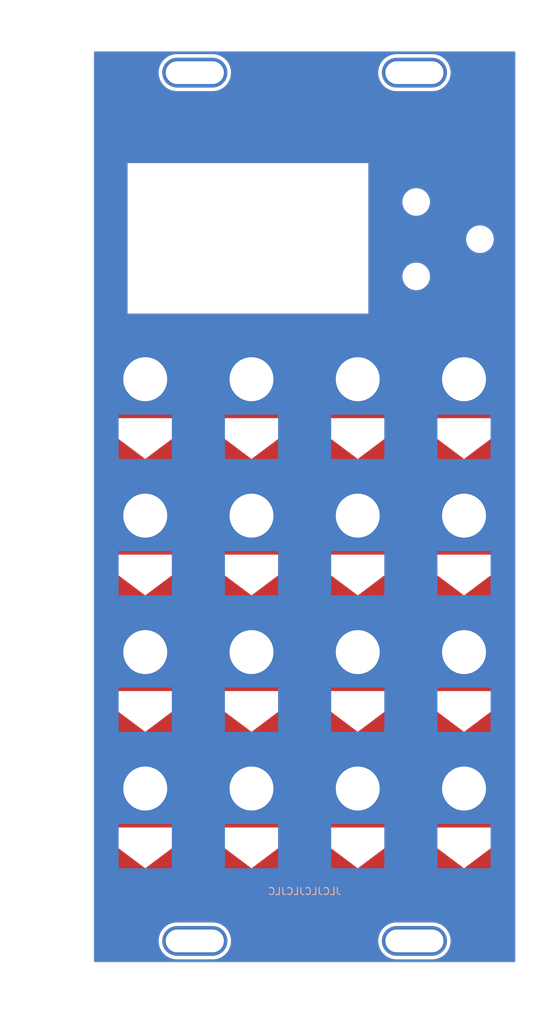
<source format=kicad_pcb>
(kicad_pcb (version 20221018) (generator pcbnew)
  (title_block (title "M2IDI - CV16 FRONT") (date "2023-05-10") (rev "3.0") (company "GuavTek"))
  (layers (0 "F.Cu" signal) (31 "B.Cu" signal) (34 "B.Paste" user) (35 "F.Paste" user) (36 "B.SilkS" user "B.Silkscreen") (37 "F.SilkS" user "F.Silkscreen") (38 "B.Mask" user) (39 "F.Mask" user) (44 "Edge.Cuts" user))
  (net 0 "")
  (net 1 "GND")
  (footprint "Custom_FP:Wide_M3" (layer "F.Cu") (at 95.5 161)
    (fp_text reference "J1" hide)
    (fp_text value "Screw_Terminal_01x01")
    (pad "1" thru_hole oval (at 0 0) (size 9.2 4.2) (drill oval 8.2 3.2) (layers "*.Cu" "*.Mask"))
  )
  (footprint "Custom_FP:Wide_M3" (layer "F.Cu") (at 95.5 38.5)
    (fp_text reference "J3" hide)
    (fp_text value "Screw_Terminal_01x01")
    (pad "1" thru_hole oval (at 0 0) (size 9.2 4.2) (drill oval 8.2 3.2) (layers "*.Cu" "*.Mask"))
  )
  (footprint "Custom_FP:Wide_M3" (layer "F.Cu") (at 64.5 161)
    (fp_text reference "J4" hide)
    (fp_text value "Screw_Terminal_01x01")
    (pad "1" thru_hole oval (at 0 0) (size 9.2 4.2) (drill oval 8.2 3.2) (layers "*.Cu" "*.Mask"))
  )
  (footprint "Custom_FP:TactileHole" (layer "F.Cu") (at 104.75 62)
    (fp_text reference "J5" hide)
    (fp_text value "Conn_01x01" hide)
    (pad "" np_thru_hole circle (at 0 0) (size 3.4 3.4) (drill 3.4) (layers "*.Cu" "*.Mask"))
  )
  (footprint "Custom_FP:JackHole_3.5mm" (layer "F.Cu") (at 87.5 81.75)
    (fp_text reference "J6" hide)
    (fp_text value "Conn_01x01")
    (pad "1" thru_hole circle (at 0 0) (size 7.6 7.6) (drill 6.2) (layers "*.Cu" "*.Mask") (net 1 "GND"))
  )
  (footprint "Custom_FP:JackHole_3.5mm" (layer "F.Cu") (at 87.5 139.5)
    (fp_text reference "J7" hide)
    (fp_text value "Conn_01x01")
    (pad "1" thru_hole circle (at 0 0) (size 7.6 7.6) (drill 6.2) (layers "*.Cu" "*.Mask") (net 1 "GND"))
  )
  (footprint "Custom_FP:JackHole_3.5mm" (layer "F.Cu") (at 87.5 101)
    (fp_text reference "J8" hide)
    (fp_text value "Conn_01x01")
    (pad "1" thru_hole circle (at 0 0) (size 7.6 7.6) (drill 6.2) (layers "*.Cu" "*.Mask") (net 1 "GND"))
  )
  (footprint "Custom_FP:JackHole_3.5mm" (layer "F.Cu") (at 57.5 120.25)
    (fp_text reference "J9" hide)
    (fp_text value "Conn_01x01")
    (pad "1" thru_hole circle (at 0 0) (size 7.6 7.6) (drill 6.2) (layers "*.Cu" "*.Mask") (net 1 "GND"))
  )
  (footprint "Custom_FP:Wide_M3" (layer "F.Cu") (at 64.5 38.5)
    (fp_text reference "J2" hide)
    (fp_text value "Screw_Terminal_01x01")
    (pad "1" thru_hole oval (at 0 0) (size 9.2 4.2) (drill oval 8.2 3.2) (layers "*.Cu" "*.Mask"))
  )
  (footprint "Custom_FP:TactileHole" (layer "F.Cu") (at 95.75 67.25)
    (fp_text reference "J10" hide)
    (fp_text value "Conn_01x01" hide)
    (pad "" np_thru_hole circle (at 0 0) (size 3.4 3.4) (drill 3.4) (layers "*.Cu" "*.Mask"))
  )
  (footprint "Custom_FP:TactileHole" (layer "F.Cu") (at 95.75 56.75)
    (fp_text reference "J11" hide)
    (fp_text value "Conn_01x01" hide)
    (pad "" np_thru_hole circle (at 0 0) (size 3.4 3.4) (drill 3.4) (layers "*.Cu" "*.Mask"))
  )
  (footprint "Custom_FP:JackHole_3.5mm" (layer "F.Cu") (at 102.5 81.75)
    (fp_text reference "J12" hide)
    (fp_text value "Conn_01x01")
    (pad "1" thru_hole circle (at 0 0) (size 7.6 7.6) (drill 6.2) (layers "*.Cu" "*.Mask") (net 1 "GND"))
  )
  (footprint "Custom_FP:JackHole_3.5mm" (layer "F.Cu") (at 102.5 139.5)
    (fp_text reference "J13" hide)
    (fp_text value "Conn_01x01")
    (pad "1" thru_hole circle (at 0 0) (size 7.6 7.6) (drill 6.2) (layers "*.Cu" "*.Mask") (net 1 "GND"))
  )
  (footprint "Custom_FP:JackHole_3.5mm" (layer "F.Cu") (at 57.5 81.75)
    (fp_text reference "J14" hide)
    (fp_text value "Conn_01x01")
    (pad "1" thru_hole circle (at 0 0) (size 7.6 7.6) (drill 6.2) (layers "*.Cu" "*.Mask") (net 1 "GND"))
  )
  (footprint "Custom_FP:JackHole_3.5mm" (layer "F.Cu") (at 72.5 120.25)
    (fp_text reference "J15" hide)
    (fp_text value "Conn_01x01")
    (pad "1" thru_hole circle (at 0 0) (size 7.6 7.6) (drill 6.2) (layers "*.Cu" "*.Mask") (net 1 "GND"))
  )
  (footprint "Custom_FP:JackHole_3.5mm" (layer "F.Cu") (at 72.5 139.5)
    (fp_text reference "J16" hide)
    (fp_text value "Conn_01x01")
    (pad "1" thru_hole circle (at 0 0) (size 7.6 7.6) (drill 6.2) (layers "*.Cu" "*.Mask") (net 1 "GND"))
  )
  (footprint "Custom_FP:JackHole_3.5mm" (layer "F.Cu") (at 102.5 101)
    (fp_text reference "J17" hide)
    (fp_text value "Conn_01x01")
    (pad "1" thru_hole circle (at 0 0) (size 7.6 7.6) (drill 6.2) (layers "*.Cu" "*.Mask") (net 1 "GND"))
  )
  (footprint "Custom_FP:JackHole_3.5mm" (layer "F.Cu") (at 87.5 120.25)
    (fp_text reference "J18" hide)
    (fp_text value "Conn_01x01")
    (pad "1" thru_hole circle (at 0 0) (size 7.6 7.6) (drill 6.2) (layers "*.Cu" "*.Mask") (net 1 "GND"))
  )
  (footprint "Custom_FP:JackHole_3.5mm" (layer "F.Cu") (at 57.5 139.5)
    (fp_text reference "J19" hide)
    (fp_text value "Conn_01x01")
    (pad "1" thru_hole circle (at 0 0) (size 7.6 7.6) (drill 6.2) (layers "*.Cu" "*.Mask") (net 1 "GND"))
  )
  (footprint "Custom_FP:JackHole_3.5mm" (layer "F.Cu") (at 72.5 81.75)
    (fp_text reference "J20" hide)
    (fp_text value "Conn_01x01")
    (pad "1" thru_hole circle (at 0 0) (size 7.6 7.6) (drill 6.2) (layers "*.Cu" "*.Mask") (net 1 "GND"))
  )
  (footprint "Custom_FP:JackHole_3.5mm" (layer "F.Cu") (at 102.5 120.25)
    (fp_text reference "J21" hide)
    (fp_text value "Conn_01x01")
    (pad "1" thru_hole circle (at 0 0) (size 7.6 7.6) (drill 6.2) (layers "*.Cu" "*.Mask") (net 1 "GND"))
  )
  (footprint "Custom_FP:JackHole_3.5mm" (layer "F.Cu") (at 57.5 101)
    (fp_text reference "J22" hide)
    (fp_text value "Conn_01x01")
    (pad "1" thru_hole circle (at 0 0) (size 7.6 7.6) (drill 6.2) (layers "*.Cu" "*.Mask") (net 1 "GND"))
  )
  (footprint "Custom_FP:JackHole_3.5mm" (layer "F.Cu") (at 72.5 101)
    (fp_text reference "J23" hide)
    (fp_text value "Conn_01x01")
    (pad "1" thru_hole circle (at 0 0) (size 7.6 7.6) (drill 6.2) (layers "*.Cu" "*.Mask") (net 1 "GND"))
  )
  (gr_line (start 50.25 35.5) (end 50.25 164) (stroke (width 0.05)) (layer "Edge.Cuts"))
  (gr_line (start 109.75 35.5) (end 50.25 35.5) (stroke (width 0.05)) (layer "Edge.Cuts"))
  (gr_line (start 109.75 164) (end 109.75 35.5) (stroke (width 0.05)) (layer "Edge.Cuts"))
  (gr_line (start 50.25 164) (end 109.75 164) (stroke (width 0.05)) (layer "Edge.Cuts"))
  (gr_text "JLCJLCJLCJLC" (at 80 154) (layer "B.SilkS") (effects (font (size 1 1)) (justify mirror)))
  (zone (net 0) (net_name "") (layer "F.Cu") (connect_pads (clearance 0)) (min_thickness 0.254)
    (keepout (tracks not_allowed) (vias not_allowed) (pads allowed) (copperpour not_allowed) (footprints allowed))
    (fill (thermal_gap 0.508) (thermal_bridge_width 0.508))
    (polygon (pts (xy 92.5 127.75) (xy 87.5 131.5) (xy 82.5 127.75) (xy 82.5 125.75) (xy 92.5 125.75)))
  )
  (zone (net 1) (net_name "GND") (layer "F.Cu") (connect_pads yes (clearance 0.508)) (min_thickness 0.254) (fill yes (thermal_gap 0.508) (thermal_bridge_width 0.508))
    (polygon (pts (xy 112.25 33.5) (xy 112.25 168.25) (xy 45.5 168.75) (xy 46.5 33.75)))
  )
  (zone (net 0) (net_name "") (layer "F.Cu") (connect_pads (clearance 0)) (min_thickness 0.254)
    (keepout (tracks not_allowed) (vias not_allowed) (pads allowed) (copperpour not_allowed) (footprints allowed))
    (fill (thermal_gap 0.508) (thermal_bridge_width 0.508))
    (polygon (pts (xy 107.5 127.75) (xy 102.5 131.5) (xy 97.5 127.75) (xy 97.5 125.75) (xy 107.5 125.75)))
  )
  (zone (net 0) (net_name "") (layer "F.Cu") (connect_pads (clearance 0)) (min_thickness 0.254)
    (keepout (tracks not_allowed) (vias not_allowed) (pads allowed) (copperpour not_allowed) (footprints allowed))
    (fill (thermal_gap 0.508) (thermal_bridge_width 0.508))
    (polygon (pts (xy 62.5 108.5) (xy 57.5 112.25) (xy 52.5 108.5) (xy 52.5 106.5) (xy 62.5 106.5)))
  )
  (zone (net 0) (net_name "") (layer "F.Cu") (connect_pads (clearance 0)) (min_thickness 0.254)
    (keepout (tracks not_allowed) (vias not_allowed) (pads allowed) (copperpour not_allowed) (footprints allowed))
    (fill (thermal_gap 0.508) (thermal_bridge_width 0.508))
    (polygon (pts (xy 77.5 108.5) (xy 72.5 112.25) (xy 67.5 108.5) (xy 67.5 106.5) (xy 77.5 106.5)))
  )
  (zone (net 0) (net_name "") (layer "F.Cu") (connect_pads (clearance 0)) (min_thickness 0.254)
    (keepout (tracks not_allowed) (vias not_allowed) (pads allowed) (copperpour not_allowed) (footprints allowed))
    (fill (thermal_gap 0.508) (thermal_bridge_width 0.508))
    (polygon (pts (xy 62.5 147) (xy 57.5 150.75) (xy 52.5 147) (xy 52.5 145) (xy 62.5 145)))
  )
  (zone (net 0) (net_name "") (layer "F.Cu") (connect_pads (clearance 0)) (min_thickness 0.254)
    (keepout (tracks not_allowed) (vias not_allowed) (pads allowed) (copperpour not_allowed) (footprints allowed))
    (fill (thermal_gap 0.508) (thermal_bridge_width 0.508))
    (polygon (pts (xy 92.5 147) (xy 87.5 150.75) (xy 82.5 147) (xy 82.5 145) (xy 92.5 145)))
  )
  (zone (net 0) (net_name "") (layer "F.Cu") (connect_pads (clearance 0)) (min_thickness 0.254)
    (keepout (tracks not_allowed) (vias not_allowed) (pads allowed) (copperpour not_allowed) (footprints allowed))
    (fill (thermal_gap 0.508) (thermal_bridge_width 0.508))
    (polygon (pts (xy 107.5 147) (xy 102.5 150.75) (xy 97.5 147) (xy 97.5 145) (xy 107.5 145)))
  )
  (zone (net 0) (net_name "") (layer "F.Cu") (connect_pads (clearance 0)) (min_thickness 0.254)
    (keepout (tracks not_allowed) (vias not_allowed) (pads allowed) (copperpour not_allowed) (footprints allowed))
    (fill (thermal_gap 0.508) (thermal_bridge_width 0.508))
    (polygon (pts (xy 107.5 108.5) (xy 102.5 112.25) (xy 97.5 108.5) (xy 97.5 106.5) (xy 107.5 106.5)))
  )
  (zone (net 0) (net_name "") (layer "F.Cu") (connect_pads (clearance 0)) (min_thickness 0.254)
    (keepout (tracks not_allowed) (vias not_allowed) (pads allowed) (copperpour not_allowed) (footprints allowed))
    (fill (thermal_gap 0.508) (thermal_bridge_width 0.508))
    (polygon (pts (xy 77.5 147) (xy 72.5 150.75) (xy 67.5 147) (xy 67.5 145) (xy 77.5 145)))
  )
  (zone (net 0) (net_name "") (layer "F.Cu") (connect_pads (clearance 0)) (min_thickness 0.254)
    (keepout (tracks not_allowed) (vias not_allowed) (pads allowed) (copperpour not_allowed) (footprints allowed))
    (fill (thermal_gap 0.508) (thermal_bridge_width 0.508))
    (polygon (pts (xy 62.5 127.75) (xy 57.5 131.5) (xy 52.5 127.75) (xy 52.5 125.75) (xy 62.5 125.75)))
  )
  (zone (net 0) (net_name "") (layer "F.Cu") (connect_pads (clearance 0)) (min_thickness 0.254)
    (keepout (tracks not_allowed) (vias not_allowed) (pads allowed) (copperpour not_allowed) (footprints allowed))
    (fill (thermal_gap 0.508) (thermal_bridge_width 0.508))
    (polygon (pts (xy 62.5 89.25) (xy 57.5 93) (xy 52.5 89.25) (xy 52.5 87.25) (xy 62.5 87.25)))
  )
  (zone (net 0) (net_name "") (layer "F.Cu") (connect_pads (clearance 0)) (min_thickness 0.254)
    (keepout (tracks not_allowed) (vias not_allowed) (pads allowed) (copperpour not_allowed) (footprints allowed))
    (fill (thermal_gap 0.508) (thermal_bridge_width 0.508))
    (polygon (pts (xy 77.5 127.75) (xy 72.5 131.5) (xy 67.5 127.75) (xy 67.5 125.75) (xy 77.5 125.75)))
  )
  (zone (net 0) (net_name "") (layer "F.Cu") (connect_pads (clearance 0)) (min_thickness 0.254)
    (keepout (tracks not_allowed) (vias not_allowed) (pads allowed) (copperpour not_allowed) (footprints allowed))
    (fill (thermal_gap 0.508) (thermal_bridge_width 0.508))
    (polygon (pts (xy 77.5 89.25) (xy 72.5 93) (xy 67.5 89.25) (xy 67.5 87.25) (xy 77.5 87.25)))
  )
  (zone (net 0) (net_name "") (layer "F.Cu") (connect_pads (clearance 0)) (min_thickness 0.254)
    (keepout (tracks not_allowed) (vias not_allowed) (pads allowed) (copperpour not_allowed) (footprints allowed))
    (fill (thermal_gap 0.508) (thermal_bridge_width 0.508))
    (polygon (pts (xy 107.5 89.25) (xy 102.5 93) (xy 97.5 89.25) (xy 97.5 87.25) (xy 107.5 87.25)))
  )
  (zone (net 0) (net_name "") (layer "F.Cu") (connect_pads (clearance 0)) (min_thickness 0.254)
    (keepout (tracks not_allowed) (vias not_allowed) (pads allowed) (copperpour not_allowed) (footprints allowed))
    (fill (thermal_gap 0.508) (thermal_bridge_width 0.508))
    (polygon (pts (xy 92.5 108.5) (xy 87.5 112.25) (xy 82.5 108.5) (xy 82.5 106.5) (xy 92.5 106.5)))
  )
  (zone (net 0) (net_name "") (layer "F.Cu") (connect_pads (clearance 0)) (min_thickness 0.254)
    (keepout (tracks not_allowed) (vias not_allowed) (pads allowed) (copperpour not_allowed) (footprints allowed))
    (fill (thermal_gap 0.508) (thermal_bridge_width 0.508))
    (polygon (pts (xy 92.5 89.25) (xy 87.5 93) (xy 82.5 89.25) (xy 82.5 87.25) (xy 92.5 87.25)))
  )
  (zone (net 0) (net_name "") (layers "F&B.Cu") (connect_pads (clearance 0)) (min_thickness 0.254)
    (keepout (tracks not_allowed) (vias not_allowed) (pads allowed) (copperpour not_allowed) (footprints allowed))
    (fill (thermal_gap 0.508) (thermal_bridge_width 0.508))
    (polygon (pts (xy 89 72.5) (xy 55 72.5) (xy 55 51.25) (xy 89 51.25)))
  )
  (zone (net 0) (net_name "") (layer "B.Cu") (connect_pads (clearance 0)) (min_thickness 0.254)
    (keepout (tracks not_allowed) (vias not_allowed) (pads allowed) (copperpour not_allowed) (footprints allowed))
    (fill (thermal_gap 0.508) (thermal_bridge_width 0.508))
    (polygon (pts (xy 91.25 131.5) (xy 83.75 131.5) (xy 83.75 125.25) (xy 91.25 125.25)))
  )
  (zone (net 1) (net_name "GND") (layer "B.Cu") (connect_pads yes (clearance 0.508)) (min_thickness 0.254) (fill yes (thermal_gap 0.508) (thermal_bridge_width 0.508))
    (polygon (pts (xy 114 29.5) (xy 114.5 172) (xy 42.25 172.75) (xy 37 28.25)))
  )
  (zone (net 0) (net_name "") (layer "B.Cu") (connect_pads (clearance 0)) (min_thickness 0.254)
    (keepout (tracks not_allowed) (vias not_allowed) (pads allowed) (copperpour not_allowed) (footprints allowed))
    (fill (thermal_gap 0.508) (thermal_bridge_width 0.508))
    (polygon (pts (xy 106.25 131.5) (xy 98.75 131.5) (xy 98.75 125.25) (xy 106.25 125.25)))
  )
  (zone (net 0) (net_name "") (layer "B.Cu") (connect_pads (clearance 0)) (min_thickness 0.254)
    (keepout (tracks not_allowed) (vias not_allowed) (pads allowed) (copperpour not_allowed) (footprints allowed))
    (fill (thermal_gap 0.508) (thermal_bridge_width 0.508))
    (polygon (pts (xy 91.25 112.25) (xy 83.75 112.25) (xy 83.75 106) (xy 91.25 106)))
  )
  (zone (net 0) (net_name "") (layer "B.Cu") (connect_pads (clearance 0)) (min_thickness 0.254)
    (keepout (tracks not_allowed) (vias not_allowed) (pads allowed) (copperpour not_allowed) (footprints allowed))
    (fill (thermal_gap 0.508) (thermal_bridge_width 0.508))
    (polygon (pts (xy 61.25 150.75) (xy 53.75 150.75) (xy 53.75 144.5) (xy 61.25 144.5)))
  )
  (zone (net 0) (net_name "") (layer "B.Cu") (connect_pads (clearance 0)) (min_thickness 0.254)
    (keepout (tracks not_allowed) (vias not_allowed) (pads allowed) (copperpour not_allowed) (footprints allowed))
    (fill (thermal_gap 0.508) (thermal_bridge_width 0.508))
    (polygon (pts (xy 106.25 150.75) (xy 98.75 150.75) (xy 98.75 144.5) (xy 106.25 144.5)))
  )
  (zone (net 0) (net_name "") (layer "B.Cu") (connect_pads (clearance 0)) (min_thickness 0.254)
    (keepout (tracks not_allowed) (vias not_allowed) (pads allowed) (copperpour not_allowed) (footprints allowed))
    (fill (thermal_gap 0.508) (thermal_bridge_width 0.508))
    (polygon (pts (xy 61.25 131.5) (xy 53.75 131.5) (xy 53.75 125.25) (xy 61.25 125.25)))
  )
  (zone (net 0) (net_name "") (layer "B.Cu") (connect_pads (clearance 0)) (min_thickness 0.254)
    (keepout (tracks not_allowed) (vias not_allowed) (pads allowed) (copperpour not_allowed) (footprints allowed))
    (fill (thermal_gap 0.508) (thermal_bridge_width 0.508))
    (polygon (pts (xy 76.25 131.5) (xy 68.75 131.5) (xy 68.75 125.25) (xy 76.25 125.25)))
  )
  (zone (net 0) (net_name "") (layer "B.Cu") (connect_pads (clearance 0)) (min_thickness 0.254)
    (keepout (tracks not_allowed) (vias not_allowed) (pads allowed) (copperpour not_allowed) (footprints allowed))
    (fill (thermal_gap 0.508) (thermal_bridge_width 0.508))
    (polygon (pts (xy 106.25 112.25) (xy 98.75 112.25) (xy 98.75 106) (xy 106.25 106)))
  )
  (zone (net 0) (net_name "") (layer "B.Cu") (connect_pads (clearance 0)) (min_thickness 0.254)
    (keepout (tracks not_allowed) (vias not_allowed) (pads allowed) (copperpour not_allowed) (footprints allowed))
    (fill (thermal_gap 0.508) (thermal_bridge_width 0.508))
    (polygon (pts (xy 61.25 112.25) (xy 53.75 112.25) (xy 53.75 106) (xy 61.25 106)))
  )
  (zone (net 0) (net_name "") (layer "B.Cu") (connect_pads (clearance 0)) (min_thickness 0.254)
    (keepout (tracks not_allowed) (vias not_allowed) (pads allowed) (copperpour not_allowed) (footprints allowed))
    (fill (thermal_gap 0.508) (thermal_bridge_width 0.508))
    (polygon (pts (xy 91.25 93) (xy 83.75 93) (xy 83.75 86.75) (xy 91.25 86.75)))
  )
  (zone (net 0) (net_name "") (layer "B.Cu") (connect_pads (clearance 0)) (min_thickness 0.254)
    (keepout (tracks not_allowed) (vias not_allowed) (pads allowed) (copperpour not_allowed) (footprints allowed))
    (fill (thermal_gap 0.508) (thermal_bridge_width 0.508))
    (polygon (pts (xy 106.25 93) (xy 98.75 93) (xy 98.75 86.75) (xy 106.25 86.75)))
  )
  (zone (net 0) (net_name "") (layer "B.Cu") (connect_pads (clearance 0)) (min_thickness 0.254)
    (keepout (tracks not_allowed) (vias not_allowed) (pads allowed) (copperpour not_allowed) (footprints allowed))
    (fill (thermal_gap 0.508) (thermal_bridge_width 0.508))
    (polygon (pts (xy 76.25 112.25) (xy 68.75 112.25) (xy 68.75 106) (xy 76.25 106)))
  )
  (zone (net 0) (net_name "") (layer "B.Cu") (connect_pads (clearance 0)) (min_thickness 0.254)
    (keepout (tracks not_allowed) (vias not_allowed) (pads allowed) (copperpour not_allowed) (footprints allowed))
    (fill (thermal_gap 0.508) (thermal_bridge_width 0.508))
    (polygon (pts (xy 61.25 93) (xy 53.75 93) (xy 53.75 86.75) (xy 61.25 86.75)))
  )
  (zone (net 0) (net_name "") (layer "B.Cu") (connect_pads (clearance 0)) (min_thickness 0.254)
    (keepout (tracks not_allowed) (vias not_allowed) (pads allowed) (copperpour not_allowed) (footprints allowed))
    (fill (thermal_gap 0.508) (thermal_bridge_width 0.508))
    (polygon (pts (xy 76.25 150.75) (xy 68.75 150.75) (xy 68.75 144.5) (xy 76.25 144.5)))
  )
  (zone (net 0) (net_name "") (layer "B.Cu") (connect_pads (clearance 0)) (min_thickness 0.254)
    (keepout (tracks not_allowed) (vias not_allowed) (pads allowed) (copperpour not_allowed) (footprints allowed))
    (fill (thermal_gap 0.508) (thermal_bridge_width 0.508))
    (polygon (pts (xy 76.25 93) (xy 68.75 93) (xy 68.75 86.75) (xy 76.25 86.75)))
  )
  (zone (net 0) (net_name "") (layer "B.Cu") (connect_pads (clearance 0)) (min_thickness 0.254)
    (keepout (tracks not_allowed) (vias not_allowed) (pads allowed) (copperpour not_allowed) (footprints allowed))
    (fill (thermal_gap 0.508) (thermal_bridge_width 0.508))
    (polygon (pts (xy 91.25 150.75) (xy 83.75 150.75) (xy 83.75 144.5) (xy 91.25 144.5)))
  )
)
</source>
